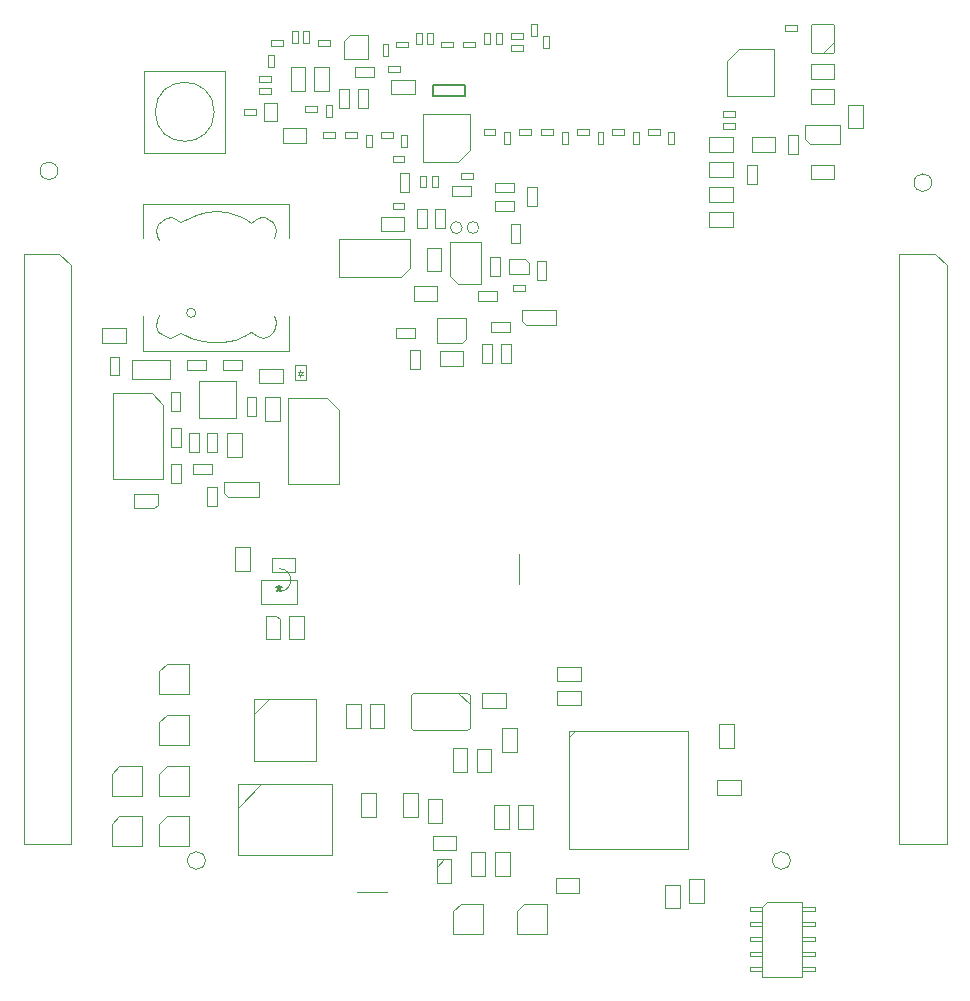
<source format=gbr>
G04 #@! TF.GenerationSoftware,KiCad,Pcbnew,(6.0.5)*
G04 #@! TF.CreationDate,2022-07-17T17:02:58+02:00*
G04 #@! TF.ProjectId,STS1_COBC_V2,53545331-5f43-44f4-9243-5f56322e6b69,rev?*
G04 #@! TF.SameCoordinates,Original*
G04 #@! TF.FileFunction,AssemblyDrawing,Top*
%FSLAX46Y46*%
G04 Gerber Fmt 4.6, Leading zero omitted, Abs format (unit mm)*
G04 Created by KiCad (PCBNEW (6.0.5)) date 2022-07-17 17:02:58*
%MOMM*%
%LPD*%
G01*
G04 APERTURE LIST*
%ADD10C,0.150000*%
%ADD11C,0.100000*%
G04 APERTURE END LIST*
D10*
X139122540Y-91404288D02*
X139122540Y-91642384D01*
X138884444Y-91547146D02*
X139122540Y-91642384D01*
X139360635Y-91547146D01*
X138979682Y-91832860D02*
X139122540Y-91642384D01*
X139265397Y-91832860D01*
D11*
X194382540Y-57300000D02*
G75*
G03*
X194382540Y-57300000I-750000J0D01*
G01*
X120382540Y-56300000D02*
G75*
G03*
X120382540Y-56300000I-750000J0D01*
G01*
X132872000Y-114690000D02*
G75*
G03*
X132872000Y-114690000I-750000J0D01*
G01*
X182402000Y-114690000D02*
G75*
G03*
X182402000Y-114690000I-750000J0D01*
G01*
X195632540Y-64300000D02*
X195632540Y-113300000D01*
X191632540Y-63300000D02*
X194632540Y-63300000D01*
X194632540Y-63300000D02*
X195632540Y-64300000D01*
X195632540Y-113300000D02*
X191632540Y-113300000D01*
X191632540Y-113300000D02*
X191632540Y-63300000D01*
X117500000Y-63300000D02*
X120500000Y-63300000D01*
X121500000Y-64300000D02*
X121500000Y-113300000D01*
X120500000Y-63300000D02*
X121500000Y-64300000D01*
X117500000Y-113300000D02*
X117500000Y-63300000D01*
X121500000Y-113300000D02*
X117500000Y-113300000D01*
X149032540Y-45850000D02*
X149032540Y-45350000D01*
X150032540Y-45350000D02*
X150032540Y-45850000D01*
X150032540Y-45850000D02*
X149032540Y-45850000D01*
X149032540Y-45350000D02*
X150032540Y-45350000D01*
X129862540Y-73940000D02*
X126662540Y-73940000D01*
X129862540Y-72340000D02*
X129862540Y-73940000D01*
X126662540Y-72340000D02*
X129862540Y-72340000D01*
X126662540Y-73940000D02*
X126662540Y-72340000D01*
X144732540Y-53050000D02*
X145732540Y-53050000D01*
X145732540Y-53550000D02*
X144732540Y-53550000D01*
X145732540Y-53050000D02*
X145732540Y-53550000D01*
X144732540Y-53550000D02*
X144732540Y-53050000D01*
X155262540Y-100680000D02*
X155262540Y-103480000D01*
X150462540Y-100480000D02*
X155062540Y-100480000D01*
X155062540Y-100480000D02*
X155262540Y-100680000D01*
X155062540Y-103680000D02*
X150462540Y-103680000D01*
X155262540Y-101480000D02*
X154262540Y-100480000D01*
X150262540Y-100680000D02*
X150462540Y-100480000D01*
X150262540Y-103480000D02*
X150262540Y-100680000D01*
X155262540Y-103480000D02*
X155062540Y-103680000D01*
X150462540Y-103680000D02*
X150262540Y-103480000D01*
X149732540Y-61425000D02*
X147732540Y-61425000D01*
X147732540Y-61425000D02*
X147732540Y-60175000D01*
X147732540Y-60175000D02*
X149732540Y-60175000D01*
X149732540Y-60175000D02*
X149732540Y-61425000D01*
X151707540Y-109500000D02*
X152957540Y-109500000D01*
X152957540Y-109500000D02*
X152957540Y-111500000D01*
X152957540Y-111500000D02*
X151707540Y-111500000D01*
X151707540Y-111500000D02*
X151707540Y-109500000D01*
X141332540Y-51350000D02*
X141332540Y-50850000D01*
X142332540Y-51350000D02*
X141332540Y-51350000D01*
X142332540Y-50850000D02*
X142332540Y-51350000D01*
X141332540Y-50850000D02*
X142332540Y-50850000D01*
X136402540Y-77040000D02*
X136402540Y-75440000D01*
X137202540Y-75440000D02*
X137202540Y-77040000D01*
X136402540Y-75440000D02*
X137202540Y-75440000D01*
X137202540Y-77040000D02*
X136402540Y-77040000D01*
X181132540Y-54725000D02*
X179132540Y-54725000D01*
X179132540Y-53475000D02*
X181132540Y-53475000D01*
X179132540Y-54725000D02*
X179132540Y-53475000D01*
X181132540Y-53475000D02*
X181132540Y-54725000D01*
X160982540Y-44900000D02*
X160482540Y-44900000D01*
X160482540Y-43900000D02*
X160982540Y-43900000D01*
X160982540Y-43900000D02*
X160982540Y-44900000D01*
X160482540Y-44900000D02*
X160482540Y-43900000D01*
X134807540Y-83930000D02*
X134482540Y-83605000D01*
X134482540Y-82630000D02*
X137382540Y-82630000D01*
X137382540Y-82630000D02*
X137382540Y-83930000D01*
X134482540Y-83605000D02*
X134482540Y-82630000D01*
X137382540Y-83930000D02*
X134807540Y-83930000D01*
X135972540Y-73130000D02*
X134372540Y-73130000D01*
X135972540Y-72330000D02*
X135972540Y-73130000D01*
X134372540Y-73130000D02*
X134372540Y-72330000D01*
X134372540Y-72330000D02*
X135972540Y-72330000D01*
X173027540Y-116730000D02*
X173027540Y-118730000D01*
X171777540Y-118730000D02*
X171777540Y-116730000D01*
X173027540Y-118730000D02*
X171777540Y-118730000D01*
X171777540Y-116730000D02*
X173027540Y-116730000D01*
X125595040Y-73620000D02*
X124770040Y-73620000D01*
X124770040Y-73620000D02*
X124770040Y-72020000D01*
X125595040Y-72020000D02*
X125595040Y-73620000D01*
X124770040Y-72020000D02*
X125595040Y-72020000D01*
X164682540Y-99525000D02*
X162682540Y-99525000D01*
X164682540Y-98275000D02*
X164682540Y-99525000D01*
X162682540Y-99525000D02*
X162682540Y-98275000D01*
X162682540Y-98275000D02*
X164682540Y-98275000D01*
X156032540Y-61100000D02*
G75*
G03*
X156032540Y-61100000I-500000J0D01*
G01*
X140182540Y-45500000D02*
X140182540Y-44500000D01*
X140182540Y-44500000D02*
X140682540Y-44500000D01*
X140682540Y-44500000D02*
X140682540Y-45500000D01*
X140682540Y-45500000D02*
X140182540Y-45500000D01*
X142272540Y-101050000D02*
X142272540Y-106280000D01*
X136992540Y-102320000D02*
X138262540Y-101050000D01*
X136992540Y-106280000D02*
X136992540Y-101050000D01*
X136992540Y-101050000D02*
X142272540Y-101050000D01*
X142272540Y-106280000D02*
X136992540Y-106280000D01*
X177532540Y-55575000D02*
X177532540Y-56825000D01*
X177532540Y-56825000D02*
X175532540Y-56825000D01*
X175532540Y-55575000D02*
X177532540Y-55575000D01*
X175532540Y-56825000D02*
X175532540Y-55575000D01*
X165332540Y-52750000D02*
X165332540Y-53250000D01*
X164332540Y-52750000D02*
X165332540Y-52750000D01*
X164332540Y-53250000D02*
X164332540Y-52750000D01*
X165332540Y-53250000D02*
X164332540Y-53250000D01*
X160945040Y-59300000D02*
X160120040Y-59300000D01*
X160945040Y-57700000D02*
X160945040Y-59300000D01*
X160120040Y-57700000D02*
X160945040Y-57700000D01*
X160120040Y-59300000D02*
X160120040Y-57700000D01*
X148732540Y-55550000D02*
X148732540Y-55050000D01*
X149732540Y-55550000D02*
X148732540Y-55550000D01*
X149732540Y-55050000D02*
X149732540Y-55550000D01*
X148732540Y-55050000D02*
X149732540Y-55050000D01*
X134747540Y-80490000D02*
X134747540Y-78490000D01*
X135997540Y-78490000D02*
X135997540Y-80490000D01*
X134747540Y-78490000D02*
X135997540Y-78490000D01*
X135997540Y-80490000D02*
X134747540Y-80490000D01*
X159262540Y-120870000D02*
X159262540Y-118965000D01*
X161802540Y-120870000D02*
X159262540Y-120870000D01*
X161802540Y-118330000D02*
X161802540Y-120870000D01*
X159897540Y-118330000D02*
X161802540Y-118330000D01*
X159262540Y-118965000D02*
X159897540Y-118330000D01*
X152132540Y-112575000D02*
X154132540Y-112575000D01*
X152132540Y-113825000D02*
X152132540Y-112575000D01*
X154132540Y-113825000D02*
X152132540Y-113825000D01*
X154132540Y-112575000D02*
X154132540Y-113825000D01*
X138182540Y-46500000D02*
X138682540Y-46500000D01*
X138682540Y-46500000D02*
X138682540Y-47500000D01*
X138682540Y-47500000D02*
X138182540Y-47500000D01*
X138182540Y-47500000D02*
X138182540Y-46500000D01*
X160920040Y-65500000D02*
X160920040Y-63900000D01*
X160920040Y-63900000D02*
X161745040Y-63900000D01*
X161745040Y-63900000D02*
X161745040Y-65500000D01*
X161745040Y-65500000D02*
X160920040Y-65500000D01*
X156402540Y-120870000D02*
X153862540Y-120870000D01*
X153862540Y-120870000D02*
X153862540Y-118965000D01*
X156402540Y-118330000D02*
X156402540Y-120870000D01*
X154497540Y-118330000D02*
X156402540Y-118330000D01*
X153862540Y-118965000D02*
X154497540Y-118330000D01*
X142832540Y-53050000D02*
X143832540Y-53050000D01*
X143832540Y-53550000D02*
X142832540Y-53550000D01*
X142832540Y-53550000D02*
X142832540Y-53050000D01*
X143832540Y-53050000D02*
X143832540Y-53550000D01*
X162332540Y-53250000D02*
X161332540Y-53250000D01*
X161332540Y-52750000D02*
X162332540Y-52750000D01*
X162332540Y-52750000D02*
X162332540Y-53250000D01*
X161332540Y-53250000D02*
X161332540Y-52750000D01*
X156982540Y-45600000D02*
X156482540Y-45600000D01*
X156482540Y-44600000D02*
X156982540Y-44600000D01*
X156482540Y-45600000D02*
X156482540Y-44600000D01*
X156982540Y-44600000D02*
X156982540Y-45600000D01*
X173837540Y-118250000D02*
X173837540Y-116250000D01*
X175087540Y-116250000D02*
X175087540Y-118250000D01*
X175087540Y-118250000D02*
X173837540Y-118250000D01*
X173837540Y-116250000D02*
X175087540Y-116250000D01*
X143607540Y-108250000D02*
X143607540Y-114250000D01*
X143607540Y-114250000D02*
X135607540Y-114250000D01*
X135607540Y-108250000D02*
X143607540Y-108250000D01*
X135607540Y-110250000D02*
X137607540Y-108250000D01*
X135607540Y-114250000D02*
X135607540Y-108250000D01*
X163582540Y-53000000D02*
X163582540Y-54000000D01*
X163082540Y-53000000D02*
X163582540Y-53000000D01*
X163582540Y-54000000D02*
X163082540Y-54000000D01*
X163082540Y-54000000D02*
X163082540Y-53000000D01*
X137452540Y-73035000D02*
X139452540Y-73035000D01*
X139452540Y-73035000D02*
X139452540Y-74285000D01*
X139452540Y-74285000D02*
X137452540Y-74285000D01*
X137452540Y-74285000D02*
X137452540Y-73035000D01*
X160432540Y-53250000D02*
X159432540Y-53250000D01*
X159432540Y-53250000D02*
X159432540Y-52750000D01*
X159432540Y-52750000D02*
X160432540Y-52750000D01*
X160432540Y-52750000D02*
X160432540Y-53250000D01*
X175532540Y-53475000D02*
X177532540Y-53475000D01*
X177532540Y-53475000D02*
X177532540Y-54725000D01*
X175532540Y-54725000D02*
X175532540Y-53475000D01*
X177532540Y-54725000D02*
X175532540Y-54725000D01*
X155307540Y-51525000D02*
X155307540Y-54525000D01*
X151307540Y-51525000D02*
X155307540Y-51525000D01*
X154307540Y-55525000D02*
X151307540Y-55525000D01*
X155307540Y-54525000D02*
X154307540Y-55525000D01*
X151307540Y-55525000D02*
X151307540Y-51525000D01*
X137132540Y-51550000D02*
X136132540Y-51550000D01*
X137132540Y-51050000D02*
X137132540Y-51550000D01*
X136132540Y-51550000D02*
X136132540Y-51050000D01*
X136132540Y-51050000D02*
X137132540Y-51050000D01*
X159732540Y-46150000D02*
X158732540Y-46150000D01*
X158732540Y-46150000D02*
X158732540Y-45650000D01*
X159732540Y-45650000D02*
X159732540Y-46150000D01*
X158732540Y-45650000D02*
X159732540Y-45650000D01*
X139432540Y-45250000D02*
X139432540Y-45750000D01*
X139432540Y-45750000D02*
X138432540Y-45750000D01*
X138432540Y-45750000D02*
X138432540Y-45250000D01*
X138432540Y-45250000D02*
X139432540Y-45250000D01*
X159442540Y-88730000D02*
X159442540Y-91270000D01*
X161482540Y-44900000D02*
X161982540Y-44900000D01*
X161482540Y-45900000D02*
X161482540Y-44900000D01*
X161982540Y-44900000D02*
X161982540Y-45900000D01*
X161982540Y-45900000D02*
X161482540Y-45900000D01*
X150132540Y-56500000D02*
X150132540Y-58100000D01*
X149332540Y-58100000D02*
X149332540Y-56500000D01*
X149332540Y-56500000D02*
X150132540Y-56500000D01*
X150132540Y-58100000D02*
X149332540Y-58100000D01*
X158932540Y-65950000D02*
X159932540Y-65950000D01*
X159932540Y-65950000D02*
X159932540Y-66450000D01*
X159932540Y-66450000D02*
X158932540Y-66450000D01*
X158932540Y-66450000D02*
X158932540Y-65950000D01*
X156320040Y-71000000D02*
X157145040Y-71000000D01*
X157145040Y-72600000D02*
X156320040Y-72600000D01*
X157145040Y-71000000D02*
X157145040Y-72600000D01*
X156320040Y-72600000D02*
X156320040Y-71000000D01*
X177532540Y-59775000D02*
X177532540Y-61025000D01*
X175532540Y-61025000D02*
X175532540Y-59775000D01*
X175532540Y-59775000D02*
X177532540Y-59775000D01*
X177532540Y-61025000D02*
X175532540Y-61025000D01*
X158720040Y-62400000D02*
X158720040Y-60800000D01*
X159545040Y-62400000D02*
X158720040Y-62400000D01*
X158720040Y-60800000D02*
X159545040Y-60800000D01*
X159545040Y-60800000D02*
X159545040Y-62400000D01*
X155847540Y-107220000D02*
X155847540Y-105220000D01*
X157097540Y-105220000D02*
X157097540Y-107220000D01*
X155847540Y-105220000D02*
X157097540Y-105220000D01*
X157097540Y-107220000D02*
X155847540Y-107220000D01*
X152582540Y-57700000D02*
X152082540Y-57700000D01*
X152582540Y-56700000D02*
X152582540Y-57700000D01*
X152082540Y-56700000D02*
X152582540Y-56700000D01*
X152082540Y-57700000D02*
X152082540Y-56700000D01*
X148292540Y-117315000D02*
X145752540Y-117315000D01*
X149432540Y-65300000D02*
X150232540Y-64500000D01*
X144232540Y-62100000D02*
X144232540Y-65300000D01*
X150232540Y-62100000D02*
X144232540Y-62100000D01*
X144232540Y-65300000D02*
X149432540Y-65300000D01*
X150232540Y-64500000D02*
X150232540Y-62100000D01*
X157532540Y-67312500D02*
X155932540Y-67312500D01*
X155932540Y-66487500D02*
X157532540Y-66487500D01*
X155932540Y-67312500D02*
X155932540Y-66487500D01*
X157532540Y-66487500D02*
X157532540Y-67312500D01*
X149032540Y-70412500D02*
X149032540Y-69587500D01*
X150632540Y-69587500D02*
X150632540Y-70412500D01*
X149032540Y-69587500D02*
X150632540Y-69587500D01*
X150632540Y-70412500D02*
X149032540Y-70412500D01*
X159032540Y-58887500D02*
X159032540Y-59712500D01*
X157432540Y-59712500D02*
X157432540Y-58887500D01*
X157432540Y-58887500D02*
X159032540Y-58887500D01*
X159032540Y-59712500D02*
X157432540Y-59712500D01*
X176732540Y-51750000D02*
X176732540Y-51250000D01*
X177732540Y-51250000D02*
X177732540Y-51750000D01*
X176732540Y-51250000D02*
X177732540Y-51250000D01*
X177732540Y-51750000D02*
X176732540Y-51750000D01*
X139987540Y-93947500D02*
X141237540Y-93947500D01*
X139987540Y-95947500D02*
X139987540Y-93947500D01*
X141237540Y-93947500D02*
X141237540Y-95947500D01*
X141237540Y-95947500D02*
X139987540Y-95947500D01*
X137432540Y-48250000D02*
X138432540Y-48250000D01*
X138432540Y-48250000D02*
X138432540Y-48750000D01*
X137432540Y-48750000D02*
X137432540Y-48250000D01*
X138432540Y-48750000D02*
X137432540Y-48750000D01*
X127682540Y-47850000D02*
X127682540Y-54750000D01*
X134582540Y-47850000D02*
X127682540Y-47850000D01*
X134582540Y-54750000D02*
X134582540Y-47850000D01*
X127682540Y-54750000D02*
X134582540Y-54750000D01*
X133632540Y-51300000D02*
G75*
G03*
X133632540Y-51300000I-2500000J0D01*
G01*
X126872540Y-83650000D02*
X126872540Y-84850000D01*
X128872540Y-83650000D02*
X126872540Y-83650000D01*
X128872540Y-84550000D02*
X128872540Y-83650000D01*
X126872540Y-84850000D02*
X128572540Y-84850000D01*
X128572540Y-84850000D02*
X128872540Y-84550000D01*
X139114798Y-91926424D02*
G75*
G03*
X139130282Y-89970792I7742J977816D01*
G01*
X137623940Y-90948608D02*
X137623940Y-92955208D01*
X137623940Y-92955208D02*
X140621140Y-92955208D01*
X140621140Y-92955208D02*
X140621140Y-90948608D01*
X140621140Y-90948608D02*
X137623940Y-90948608D01*
X152857540Y-64800000D02*
X151607540Y-64800000D01*
X151607540Y-62800000D02*
X152857540Y-62800000D01*
X151607540Y-64800000D02*
X151607540Y-62800000D01*
X152857540Y-62800000D02*
X152857540Y-64800000D01*
X143432540Y-45750000D02*
X142432540Y-45750000D01*
X143432540Y-45250000D02*
X143432540Y-45750000D01*
X142432540Y-45750000D02*
X142432540Y-45250000D01*
X142432540Y-45250000D02*
X143432540Y-45250000D01*
X154532540Y-56450000D02*
X155532540Y-56450000D01*
X155532540Y-56450000D02*
X155532540Y-56950000D01*
X154532540Y-56950000D02*
X154532540Y-56450000D01*
X155532540Y-56950000D02*
X154532540Y-56950000D01*
X155057540Y-107200000D02*
X153807540Y-107200000D01*
X153807540Y-105200000D02*
X155057540Y-105200000D01*
X155057540Y-105200000D02*
X155057540Y-107200000D01*
X153807540Y-107200000D02*
X153807540Y-105200000D01*
X132373140Y-77229400D02*
X135471940Y-77229400D01*
X135471940Y-77229400D02*
X135471940Y-74130600D01*
X135471940Y-74130600D02*
X132373140Y-74130600D01*
X132373140Y-74130600D02*
X132373140Y-77229400D01*
X159732540Y-44650000D02*
X159732540Y-45150000D01*
X159732540Y-45150000D02*
X158732540Y-45150000D01*
X158732540Y-44650000D02*
X159732540Y-44650000D01*
X158732540Y-45150000D02*
X158732540Y-44650000D01*
X130785040Y-81100000D02*
X130785040Y-82700000D01*
X129960040Y-81100000D02*
X130785040Y-81100000D01*
X130785040Y-82700000D02*
X129960040Y-82700000D01*
X129960040Y-82700000D02*
X129960040Y-81100000D01*
X137992540Y-95967500D02*
X139192540Y-95967500D01*
X139192540Y-95967500D02*
X139192540Y-94267500D01*
X138892540Y-93967500D02*
X137992540Y-93967500D01*
X137992540Y-93967500D02*
X137992540Y-95967500D01*
X139192540Y-94267500D02*
X138892540Y-93967500D01*
X151582540Y-57700000D02*
X151082540Y-57700000D01*
X151582540Y-56700000D02*
X151582540Y-57700000D01*
X151082540Y-56700000D02*
X151582540Y-56700000D01*
X151082540Y-57700000D02*
X151082540Y-56700000D01*
X131862540Y-81972500D02*
X131862540Y-81147500D01*
X133462540Y-81147500D02*
X133462540Y-81972500D01*
X133462540Y-81972500D02*
X131862540Y-81972500D01*
X131862540Y-81147500D02*
X133462540Y-81147500D01*
X157482540Y-45600000D02*
X157482540Y-44600000D01*
X157982540Y-44600000D02*
X157982540Y-45600000D01*
X157982540Y-45600000D02*
X157482540Y-45600000D01*
X157482540Y-44600000D02*
X157982540Y-44600000D01*
X157397540Y-116010000D02*
X157397540Y-114010000D01*
X158647540Y-116010000D02*
X157397540Y-116010000D01*
X157397540Y-114010000D02*
X158647540Y-114010000D01*
X158647540Y-114010000D02*
X158647540Y-116010000D01*
X181032540Y-50000000D02*
X177032540Y-50000000D01*
X177032540Y-50000000D02*
X177032540Y-47000000D01*
X181032540Y-46000000D02*
X181032540Y-50000000D01*
X177032540Y-47000000D02*
X178032540Y-46000000D01*
X178032540Y-46000000D02*
X181032540Y-46000000D01*
X146782540Y-103450000D02*
X146782540Y-101450000D01*
X148032540Y-101450000D02*
X148032540Y-103450000D01*
X148032540Y-103450000D02*
X146782540Y-103450000D01*
X146782540Y-101450000D02*
X148032540Y-101450000D01*
X132325040Y-78480000D02*
X132325040Y-80080000D01*
X131500040Y-80080000D02*
X131500040Y-78480000D01*
X132325040Y-80080000D02*
X131500040Y-80080000D01*
X131500040Y-78480000D02*
X132325040Y-78480000D01*
X146482540Y-54300000D02*
X146482540Y-53300000D01*
X146982540Y-54300000D02*
X146482540Y-54300000D01*
X146482540Y-53300000D02*
X146982540Y-53300000D01*
X146982540Y-53300000D02*
X146982540Y-54300000D01*
X129597540Y-102330000D02*
X131502540Y-102330000D01*
X131502540Y-104870000D02*
X128962540Y-104870000D01*
X128962540Y-102965000D02*
X129597540Y-102330000D01*
X131502540Y-102330000D02*
X131502540Y-104870000D01*
X128962540Y-104870000D02*
X128962540Y-102965000D01*
X128962540Y-111565000D02*
X129597540Y-110930000D01*
X131502540Y-113470000D02*
X128962540Y-113470000D01*
X131502540Y-110930000D02*
X131502540Y-113470000D01*
X128962540Y-113470000D02*
X128962540Y-111565000D01*
X129597540Y-110930000D02*
X131502540Y-110930000D01*
X181932540Y-43950000D02*
X182932540Y-43950000D01*
X182932540Y-44450000D02*
X181932540Y-44450000D01*
X182932540Y-43950000D02*
X182932540Y-44450000D01*
X181932540Y-44450000D02*
X181932540Y-43950000D01*
X155347540Y-116010000D02*
X155347540Y-114010000D01*
X156597540Y-116010000D02*
X155347540Y-116010000D01*
X155347540Y-114010000D02*
X156597540Y-114010000D01*
X156597540Y-114010000D02*
X156597540Y-116010000D01*
X131352540Y-73130000D02*
X131352540Y-72330000D01*
X131352540Y-72330000D02*
X132952540Y-72330000D01*
X132952540Y-73130000D02*
X131352540Y-73130000D01*
X132952540Y-72330000D02*
X132952540Y-73130000D01*
X129960040Y-79675000D02*
X129960040Y-78075000D01*
X130785040Y-78075000D02*
X130785040Y-79675000D01*
X130785040Y-79675000D02*
X129960040Y-79675000D01*
X129960040Y-78075000D02*
X130785040Y-78075000D01*
X138432540Y-49750000D02*
X137432540Y-49750000D01*
X138432540Y-49250000D02*
X138432540Y-49750000D01*
X137432540Y-49250000D02*
X138432540Y-49250000D01*
X137432540Y-49750000D02*
X137432540Y-49250000D01*
X153573640Y-65179500D02*
X153573640Y-62322000D01*
X156240640Y-62322000D02*
X156240640Y-65878000D01*
X153573640Y-62322000D02*
X156240640Y-62322000D01*
X156240640Y-65878000D02*
X154272140Y-65878000D01*
X154272140Y-65878000D02*
X153573640Y-65179500D01*
X159682540Y-69025000D02*
X159682540Y-68050000D01*
X162582540Y-68050000D02*
X162582540Y-69350000D01*
X159682540Y-68050000D02*
X162582540Y-68050000D01*
X160007540Y-69350000D02*
X159682540Y-69025000D01*
X162582540Y-69350000D02*
X160007540Y-69350000D01*
X152532540Y-70850000D02*
X154632540Y-70850000D01*
X152532540Y-68750000D02*
X152532540Y-70850000D01*
X154632540Y-70850000D02*
X154932540Y-70500000D01*
X154932540Y-70500000D02*
X154932540Y-68750000D01*
X154932540Y-68750000D02*
X152532540Y-68750000D01*
X147332540Y-109000000D02*
X147332540Y-111000000D01*
X146082540Y-109000000D02*
X147332540Y-109000000D01*
X147332540Y-111000000D02*
X146082540Y-111000000D01*
X146082540Y-111000000D02*
X146082540Y-109000000D01*
X148382540Y-46600000D02*
X147882540Y-46600000D01*
X147882540Y-46600000D02*
X147882540Y-45600000D01*
X148382540Y-45600000D02*
X148382540Y-46600000D01*
X147882540Y-45600000D02*
X148382540Y-45600000D01*
X168332540Y-53250000D02*
X167332540Y-53250000D01*
X167332540Y-53250000D02*
X167332540Y-52750000D01*
X167332540Y-52750000D02*
X168332540Y-52750000D01*
X168332540Y-52750000D02*
X168332540Y-53250000D01*
X143082540Y-51700000D02*
X143082540Y-50700000D01*
X143082540Y-50700000D02*
X143582540Y-50700000D01*
X143582540Y-51700000D02*
X143082540Y-51700000D01*
X143582540Y-50700000D02*
X143582540Y-51700000D01*
X184232540Y-43850000D02*
X186032540Y-43850000D01*
X185132540Y-46350000D02*
X186132540Y-45350000D01*
X184232540Y-46350000D02*
X184132540Y-46250000D01*
X186132540Y-46250000D02*
X186032540Y-46350000D01*
X184132540Y-43950000D02*
X184232540Y-43850000D01*
X186132540Y-43950000D02*
X186132540Y-46250000D01*
X186032540Y-43850000D02*
X186132540Y-43950000D01*
X186032540Y-46350000D02*
X184232540Y-46350000D01*
X184132540Y-46250000D02*
X184132540Y-43950000D01*
X155332540Y-57587500D02*
X155332540Y-58412500D01*
X155332540Y-58412500D02*
X153732540Y-58412500D01*
X153732540Y-57587500D02*
X155332540Y-57587500D01*
X153732540Y-58412500D02*
X153732540Y-57587500D01*
X150220040Y-73100000D02*
X150220040Y-71500000D01*
X151045040Y-71500000D02*
X151045040Y-73100000D01*
X151045040Y-73100000D02*
X150220040Y-73100000D01*
X150220040Y-71500000D02*
X151045040Y-71500000D01*
X147132540Y-47487500D02*
X147132540Y-48312500D01*
X147132540Y-48312500D02*
X145532540Y-48312500D01*
X145532540Y-48312500D02*
X145532540Y-47487500D01*
X145532540Y-47487500D02*
X147132540Y-47487500D01*
X177732540Y-52750000D02*
X176732540Y-52750000D01*
X177732540Y-52250000D02*
X177732540Y-52750000D01*
X176732540Y-52750000D02*
X176732540Y-52250000D01*
X176732540Y-52250000D02*
X177732540Y-52250000D01*
X169582540Y-53000000D02*
X169582540Y-54000000D01*
X169082540Y-54000000D02*
X169082540Y-53000000D01*
X169082540Y-53000000D02*
X169582540Y-53000000D01*
X169582540Y-54000000D02*
X169082540Y-54000000D01*
X144220040Y-51000000D02*
X144220040Y-49400000D01*
X145045040Y-51000000D02*
X144220040Y-51000000D01*
X145045040Y-49400000D02*
X145045040Y-51000000D01*
X144220040Y-49400000D02*
X145045040Y-49400000D01*
X152732540Y-72825000D02*
X152732540Y-71575000D01*
X154732540Y-71575000D02*
X154732540Y-72825000D01*
X154732540Y-72825000D02*
X152732540Y-72825000D01*
X152732540Y-71575000D02*
X154732540Y-71575000D01*
X183045040Y-54900000D02*
X182220040Y-54900000D01*
X182220040Y-54900000D02*
X182220040Y-53300000D01*
X183045040Y-53300000D02*
X183045040Y-54900000D01*
X182220040Y-53300000D02*
X183045040Y-53300000D01*
X131502540Y-98030000D02*
X131502540Y-100570000D01*
X128962540Y-100570000D02*
X128962540Y-98665000D01*
X131502540Y-100570000D02*
X128962540Y-100570000D01*
X128962540Y-98665000D02*
X129597540Y-98030000D01*
X129597540Y-98030000D02*
X131502540Y-98030000D01*
X148732540Y-59550000D02*
X148732540Y-59050000D01*
X149732540Y-59550000D02*
X148732540Y-59550000D01*
X148732540Y-59050000D02*
X149732540Y-59050000D01*
X149732540Y-59050000D02*
X149732540Y-59550000D01*
X163707540Y-104225000D02*
X164207540Y-103725000D01*
X163707540Y-113725000D02*
X163707540Y-103725000D01*
X173707540Y-103725000D02*
X173707540Y-113725000D01*
X163707540Y-103725000D02*
X173707540Y-103725000D01*
X173707540Y-113725000D02*
X163707540Y-113725000D01*
X157432540Y-57287500D02*
X159032540Y-57287500D01*
X159032540Y-57287500D02*
X159032540Y-58112500D01*
X159032540Y-58112500D02*
X157432540Y-58112500D01*
X157432540Y-58112500D02*
X157432540Y-57287500D01*
X128772540Y-68920000D02*
X128972540Y-68520000D01*
X138572540Y-69920000D02*
X138272540Y-70320000D01*
X138772540Y-61720000D02*
X138872540Y-61320000D01*
X132272540Y-70620000D02*
X131672540Y-70420000D01*
X127572540Y-68620000D02*
X127572540Y-71520000D01*
X133772540Y-59720000D02*
X132972540Y-59820000D01*
X135472540Y-60020000D02*
X134672540Y-59820000D01*
X139972540Y-59120000D02*
X127572540Y-59120000D01*
X132072540Y-60020000D02*
X131172540Y-60420000D01*
X138672540Y-62020000D02*
X138772540Y-61720000D01*
X128772540Y-61820000D02*
X128972540Y-62120000D01*
X131672540Y-70420000D02*
X131172540Y-70220000D01*
X139972540Y-71520000D02*
X139972540Y-68620000D01*
X139972540Y-59120000D02*
X139972540Y-62020000D01*
X138772540Y-69620000D02*
X138572540Y-69920000D01*
X138872540Y-61320000D02*
X138772540Y-61020000D01*
X138572540Y-60620000D02*
X138272540Y-60420000D01*
X127572540Y-59120000D02*
X127572540Y-62020000D01*
X129172540Y-60520000D02*
X128872540Y-60820000D01*
X137672540Y-60220000D02*
X137372540Y-60320000D01*
X130772540Y-70020000D02*
X130472540Y-70220000D01*
X128872540Y-60820000D02*
X128672540Y-61320000D01*
X130072540Y-60220000D02*
X129572540Y-60320000D01*
X130472540Y-70220000D02*
X129872540Y-70420000D01*
X137072540Y-60420000D02*
X136772540Y-60720000D01*
X134672540Y-59820000D02*
X133772540Y-59720000D01*
X130772540Y-60620000D02*
X130472540Y-60420000D01*
X138772540Y-68720000D02*
X138872540Y-69120000D01*
X135372540Y-70620000D02*
X134372540Y-70820000D01*
X129572540Y-60320000D02*
X129172540Y-60520000D01*
X137372540Y-60320000D02*
X137072540Y-60420000D01*
X138272540Y-70320000D02*
X137772540Y-70420000D01*
X127572540Y-71520000D02*
X139972540Y-71520000D01*
X136772540Y-69920000D02*
X136172540Y-70320000D01*
X136872540Y-70020000D02*
X136772540Y-69920000D01*
X135972540Y-60220000D02*
X135472540Y-60020000D01*
X138872540Y-69120000D02*
X138772540Y-69620000D01*
X131172540Y-60420000D02*
X130772540Y-60620000D01*
X129472540Y-70320000D02*
X129172540Y-70120000D01*
X128872540Y-69920000D02*
X128672540Y-69420000D01*
X137272540Y-70320000D02*
X136872540Y-70020000D01*
X136772540Y-60720000D02*
X136372540Y-60420000D01*
X136172540Y-70320000D02*
X135372540Y-70620000D01*
X128672540Y-69420000D02*
X128772540Y-68920000D01*
X129172540Y-70120000D02*
X128872540Y-69920000D01*
X132972540Y-59820000D02*
X132072540Y-60020000D01*
X133172540Y-70820000D02*
X132272540Y-70620000D01*
X130472540Y-60420000D02*
X130072540Y-60220000D01*
X137972540Y-60220000D02*
X137672540Y-60220000D01*
X131172540Y-70220000D02*
X130772540Y-70020000D01*
X137772540Y-70420000D02*
X137272540Y-70320000D01*
X138272540Y-60420000D02*
X137972540Y-60220000D01*
X138772540Y-61020000D02*
X138572540Y-60620000D01*
X128672540Y-61320000D02*
X128772540Y-61820000D01*
X129872540Y-70420000D02*
X129472540Y-70320000D01*
X136372540Y-60420000D02*
X135972540Y-60220000D01*
X138672540Y-68620000D02*
X138772540Y-68720000D01*
X134372540Y-70820000D02*
X133172540Y-70820000D01*
X132063052Y-68320000D02*
G75*
G03*
X132063052Y-68320000I-390512J0D01*
G01*
X142107540Y-49500000D02*
X142107540Y-47500000D01*
X143357540Y-47500000D02*
X143357540Y-49500000D01*
X142107540Y-47500000D02*
X143357540Y-47500000D01*
X143357540Y-49500000D02*
X142107540Y-49500000D01*
X150532540Y-67325000D02*
X150532540Y-66075000D01*
X150532540Y-66075000D02*
X152532540Y-66075000D01*
X152532540Y-67325000D02*
X150532540Y-67325000D01*
X152532540Y-66075000D02*
X152532540Y-67325000D01*
X145820040Y-51000000D02*
X145820040Y-49400000D01*
X146645040Y-49400000D02*
X146645040Y-51000000D01*
X145820040Y-49400000D02*
X146645040Y-49400000D01*
X146645040Y-51000000D02*
X145820040Y-51000000D01*
X151182540Y-44600000D02*
X151182540Y-45600000D01*
X150682540Y-44600000D02*
X151182540Y-44600000D01*
X150682540Y-45600000D02*
X150682540Y-44600000D01*
X151182540Y-45600000D02*
X150682540Y-45600000D01*
X158682540Y-54000000D02*
X158182540Y-54000000D01*
X158182540Y-54000000D02*
X158182540Y-53000000D01*
X158182540Y-53000000D02*
X158682540Y-53000000D01*
X158682540Y-53000000D02*
X158682540Y-54000000D01*
X170332540Y-53250000D02*
X170332540Y-52750000D01*
X170332540Y-52750000D02*
X171332540Y-52750000D01*
X171332540Y-52750000D02*
X171332540Y-53250000D01*
X171332540Y-53250000D02*
X170332540Y-53250000D01*
X159287540Y-103510000D02*
X159287540Y-105510000D01*
X158037540Y-103510000D02*
X159287540Y-103510000D01*
X159287540Y-105510000D02*
X158037540Y-105510000D01*
X158037540Y-105510000D02*
X158037540Y-103510000D01*
X164532540Y-116175000D02*
X164532540Y-117425000D01*
X164532540Y-117425000D02*
X162532540Y-117425000D01*
X162532540Y-116175000D02*
X164532540Y-116175000D01*
X162532540Y-117425000D02*
X162532540Y-116175000D01*
X140922540Y-73590000D02*
X140922540Y-73740000D01*
X141122540Y-73290000D02*
X140722540Y-73290000D01*
X140472540Y-72740000D02*
X141372540Y-72740000D01*
X140922540Y-73290000D02*
X140922540Y-73140000D01*
X140922540Y-73590000D02*
X141122540Y-73290000D01*
X141372540Y-72740000D02*
X141372540Y-74040000D01*
X140472540Y-74040000D02*
X140472540Y-72740000D01*
X141372540Y-74040000D02*
X140472540Y-74040000D01*
X141122540Y-73590000D02*
X140722540Y-73590000D01*
X140722540Y-73290000D02*
X140922540Y-73590000D01*
X188557540Y-52700000D02*
X187307540Y-52700000D01*
X187307540Y-52700000D02*
X187307540Y-50700000D01*
X187307540Y-50700000D02*
X188557540Y-50700000D01*
X188557540Y-50700000D02*
X188557540Y-52700000D01*
X147732540Y-53050000D02*
X148732540Y-53050000D01*
X147732540Y-53550000D02*
X147732540Y-53050000D01*
X148732540Y-53050000D02*
X148732540Y-53550000D01*
X148732540Y-53550000D02*
X147732540Y-53550000D01*
X124962540Y-109270000D02*
X124962540Y-107365000D01*
X127502540Y-109270000D02*
X124962540Y-109270000D01*
X124962540Y-107365000D02*
X125597540Y-106730000D01*
X127502540Y-106730000D02*
X127502540Y-109270000D01*
X125597540Y-106730000D02*
X127502540Y-106730000D01*
X129322540Y-82412500D02*
X129322540Y-76112500D01*
X125022540Y-82412500D02*
X129322540Y-82412500D01*
X129322540Y-76112500D02*
X128322540Y-75112500D01*
X128322540Y-75112500D02*
X125022540Y-75112500D01*
X125022540Y-75112500D02*
X125022540Y-82412500D01*
X178232540Y-107875000D02*
X178232540Y-109125000D01*
X176232540Y-107875000D02*
X178232540Y-107875000D01*
X176232540Y-109125000D02*
X176232540Y-107875000D01*
X178232540Y-109125000D02*
X176232540Y-109125000D01*
X177647540Y-105150000D02*
X176397540Y-105150000D01*
X177647540Y-103150000D02*
X177647540Y-105150000D01*
X176397540Y-105150000D02*
X176397540Y-103150000D01*
X176397540Y-103150000D02*
X177647540Y-103150000D01*
X139432540Y-53925000D02*
X141432540Y-53925000D01*
X141432540Y-53925000D02*
X141432540Y-52675000D01*
X139432540Y-52675000D02*
X139432540Y-53925000D01*
X141432540Y-52675000D02*
X139432540Y-52675000D01*
X151682540Y-45600000D02*
X151682540Y-44600000D01*
X152182540Y-44600000D02*
X152182540Y-45600000D01*
X152182540Y-45600000D02*
X151682540Y-45600000D01*
X151682540Y-44600000D02*
X152182540Y-44600000D01*
X158632540Y-69087500D02*
X158632540Y-69912500D01*
X158632540Y-69912500D02*
X157032540Y-69912500D01*
X157032540Y-69087500D02*
X158632540Y-69087500D01*
X157032540Y-69912500D02*
X157032540Y-69087500D01*
X130772540Y-75045000D02*
X130772540Y-76645000D01*
X130772540Y-76645000D02*
X129972540Y-76645000D01*
X129972540Y-76645000D02*
X129972540Y-75045000D01*
X129972540Y-75045000D02*
X130772540Y-75045000D01*
X149982540Y-54300000D02*
X149482540Y-54300000D01*
X149482540Y-53300000D02*
X149982540Y-53300000D01*
X149482540Y-54300000D02*
X149482540Y-53300000D01*
X149982540Y-53300000D02*
X149982540Y-54300000D01*
X157020040Y-65200000D02*
X157020040Y-63600000D01*
X157845040Y-63600000D02*
X157845040Y-65200000D01*
X157020040Y-63600000D02*
X157845040Y-63600000D01*
X157845040Y-65200000D02*
X157020040Y-65200000D01*
X159932540Y-63750000D02*
X160282540Y-64100000D01*
X159932540Y-63750000D02*
X158582540Y-63750000D01*
X158582540Y-63750000D02*
X158582540Y-65050000D01*
X160282540Y-65050000D02*
X160282540Y-64100000D01*
X158582540Y-65050000D02*
X160282540Y-65050000D01*
D10*
X152182540Y-50000000D02*
X152182540Y-49000000D01*
X154882540Y-49000000D02*
X154882540Y-50000000D01*
X154882540Y-49000000D02*
X152182540Y-49000000D01*
X152182540Y-50000000D02*
X154882540Y-50000000D01*
D11*
X124132540Y-69635000D02*
X126132540Y-69635000D01*
X126132540Y-70885000D02*
X124132540Y-70885000D01*
X124132540Y-70885000D02*
X124132540Y-69635000D01*
X126132540Y-69635000D02*
X126132540Y-70885000D01*
X150857540Y-109000000D02*
X150857540Y-111000000D01*
X149607540Y-109000000D02*
X150857540Y-109000000D01*
X149607540Y-111000000D02*
X149607540Y-109000000D01*
X150857540Y-111000000D02*
X149607540Y-111000000D01*
X177532540Y-58925000D02*
X175532540Y-58925000D01*
X175532540Y-57675000D02*
X177532540Y-57675000D01*
X175532540Y-58925000D02*
X175532540Y-57675000D01*
X177532540Y-57675000D02*
X177532540Y-58925000D01*
X158342540Y-101785000D02*
X156342540Y-101785000D01*
X158342540Y-100535000D02*
X158342540Y-101785000D01*
X156342540Y-100535000D02*
X158342540Y-100535000D01*
X156342540Y-101785000D02*
X156342540Y-100535000D01*
X133832540Y-80080000D02*
X133032540Y-80080000D01*
X133032540Y-78480000D02*
X133832540Y-78480000D01*
X133032540Y-80080000D02*
X133032540Y-78480000D01*
X133832540Y-78480000D02*
X133832540Y-80080000D01*
X125597540Y-110930000D02*
X127502540Y-110930000D01*
X124962540Y-111565000D02*
X125597540Y-110930000D01*
X127502540Y-110930000D02*
X127502540Y-113470000D01*
X127502540Y-113470000D02*
X124962540Y-113470000D01*
X124962540Y-113470000D02*
X124962540Y-111565000D01*
X146632540Y-44800000D02*
X146632540Y-46800000D01*
X144632540Y-46800000D02*
X144632540Y-45300000D01*
X145132540Y-44800000D02*
X146632540Y-44800000D01*
X146632540Y-46800000D02*
X144632540Y-46800000D01*
X144632540Y-45300000D02*
X145132540Y-44800000D01*
X141682540Y-44500000D02*
X141682540Y-45500000D01*
X141182540Y-44500000D02*
X141682540Y-44500000D01*
X141682540Y-45500000D02*
X141182540Y-45500000D01*
X141182540Y-45500000D02*
X141182540Y-44500000D01*
X153717540Y-114600000D02*
X153717540Y-116600000D01*
X152467540Y-116600000D02*
X152467540Y-114600000D01*
X153717540Y-116600000D02*
X152467540Y-116600000D01*
X152467540Y-114600000D02*
X153717540Y-114600000D01*
X152467540Y-115250000D02*
X153117540Y-114600000D01*
X152832540Y-45850000D02*
X152832540Y-45350000D01*
X152832540Y-45350000D02*
X153832540Y-45350000D01*
X153832540Y-45850000D02*
X152832540Y-45850000D01*
X153832540Y-45350000D02*
X153832540Y-45850000D01*
X140107540Y-47500000D02*
X141357540Y-47500000D01*
X141357540Y-47500000D02*
X141357540Y-49500000D01*
X140107540Y-49500000D02*
X140107540Y-47500000D01*
X141357540Y-49500000D02*
X140107540Y-49500000D01*
X140502540Y-89042500D02*
X140502540Y-90292500D01*
X140502540Y-90292500D02*
X138502540Y-90292500D01*
X138502540Y-90292500D02*
X138502540Y-89042500D01*
X138502540Y-89042500D02*
X140502540Y-89042500D01*
X172082540Y-53000000D02*
X172582540Y-53000000D01*
X172582540Y-53000000D02*
X172582540Y-54000000D01*
X172082540Y-54000000D02*
X172082540Y-53000000D01*
X172582540Y-54000000D02*
X172082540Y-54000000D01*
X154632540Y-61100000D02*
G75*
G03*
X154632540Y-61100000I-500000J0D01*
G01*
X158587540Y-112030000D02*
X157337540Y-112030000D01*
X157337540Y-112030000D02*
X157337540Y-110030000D01*
X157337540Y-110030000D02*
X158587540Y-110030000D01*
X158587540Y-110030000D02*
X158587540Y-112030000D01*
X137947540Y-77460000D02*
X137947540Y-75460000D01*
X139197540Y-77460000D02*
X137947540Y-77460000D01*
X137947540Y-75460000D02*
X139197540Y-75460000D01*
X139197540Y-75460000D02*
X139197540Y-77460000D01*
X186132540Y-50625000D02*
X184132540Y-50625000D01*
X184132540Y-49375000D02*
X186132540Y-49375000D01*
X186132540Y-49375000D02*
X186132540Y-50625000D01*
X184132540Y-50625000D02*
X184132540Y-49375000D01*
X166582540Y-54000000D02*
X166082540Y-54000000D01*
X166082540Y-54000000D02*
X166082540Y-53000000D01*
X166582540Y-53000000D02*
X166582540Y-54000000D01*
X166082540Y-53000000D02*
X166582540Y-53000000D01*
X146032540Y-101450000D02*
X146032540Y-103450000D01*
X146032540Y-103450000D02*
X144782540Y-103450000D01*
X144782540Y-103450000D02*
X144782540Y-101450000D01*
X144782540Y-101450000D02*
X146032540Y-101450000D01*
X150820040Y-61100000D02*
X150820040Y-59500000D01*
X151645040Y-61100000D02*
X150820040Y-61100000D01*
X150820040Y-59500000D02*
X151645040Y-59500000D01*
X151645040Y-59500000D02*
X151645040Y-61100000D01*
X154732540Y-45350000D02*
X155732540Y-45350000D01*
X155732540Y-45350000D02*
X155732540Y-45850000D01*
X154732540Y-45850000D02*
X154732540Y-45350000D01*
X155732540Y-45850000D02*
X154732540Y-45850000D01*
X138982540Y-52050000D02*
X137882540Y-52050000D01*
X137882540Y-50550000D02*
X138982540Y-50550000D01*
X138982540Y-50550000D02*
X138982540Y-52050000D01*
X137882540Y-52050000D02*
X137882540Y-50550000D01*
X158745040Y-71000000D02*
X158745040Y-72600000D01*
X158745040Y-72600000D02*
X157920040Y-72600000D01*
X157920040Y-71000000D02*
X158745040Y-71000000D01*
X157920040Y-72600000D02*
X157920040Y-71000000D01*
X178720040Y-57400000D02*
X178720040Y-55800000D01*
X179545040Y-55800000D02*
X179545040Y-57400000D01*
X179545040Y-57400000D02*
X178720040Y-57400000D01*
X178720040Y-55800000D02*
X179545040Y-55800000D01*
X148632540Y-49825000D02*
X148632540Y-48575000D01*
X150632540Y-49825000D02*
X148632540Y-49825000D01*
X148632540Y-48575000D02*
X150632540Y-48575000D01*
X150632540Y-48575000D02*
X150632540Y-49825000D01*
X184082540Y-54000000D02*
X183682540Y-53600000D01*
X183682540Y-53600000D02*
X183682540Y-52400000D01*
X186582540Y-52400000D02*
X186582540Y-54000000D01*
X186582540Y-54000000D02*
X184082540Y-54000000D01*
X183682540Y-52400000D02*
X186582540Y-52400000D01*
X164682540Y-100305000D02*
X164682540Y-101555000D01*
X164682540Y-101555000D02*
X162682540Y-101555000D01*
X162682540Y-101555000D02*
X162682540Y-100305000D01*
X162682540Y-100305000D02*
X164682540Y-100305000D01*
X186132540Y-48525000D02*
X184132540Y-48525000D01*
X186132540Y-47275000D02*
X186132540Y-48525000D01*
X184132540Y-47275000D02*
X186132540Y-47275000D01*
X184132540Y-48525000D02*
X184132540Y-47275000D01*
X133010040Y-84640000D02*
X133010040Y-83040000D01*
X133010040Y-83040000D02*
X133835040Y-83040000D01*
X133835040Y-83040000D02*
X133835040Y-84640000D01*
X133835040Y-84640000D02*
X133010040Y-84640000D01*
X153145040Y-61100000D02*
X152320040Y-61100000D01*
X153145040Y-59500000D02*
X153145040Y-61100000D01*
X152320040Y-61100000D02*
X152320040Y-59500000D01*
X152320040Y-59500000D02*
X153145040Y-59500000D01*
X160627540Y-112020000D02*
X159377540Y-112020000D01*
X159377540Y-110020000D02*
X160627540Y-110020000D01*
X159377540Y-112020000D02*
X159377540Y-110020000D01*
X160627540Y-110020000D02*
X160627540Y-112020000D01*
X149332540Y-47450000D02*
X149332540Y-47950000D01*
X148332540Y-47950000D02*
X148332540Y-47450000D01*
X149332540Y-47950000D02*
X148332540Y-47950000D01*
X148332540Y-47450000D02*
X149332540Y-47450000D01*
X136657540Y-88147500D02*
X136657540Y-90147500D01*
X136657540Y-90147500D02*
X135407540Y-90147500D01*
X135407540Y-90147500D02*
X135407540Y-88147500D01*
X135407540Y-88147500D02*
X136657540Y-88147500D01*
X143192540Y-75520000D02*
X139892540Y-75520000D01*
X144192540Y-82820000D02*
X144192540Y-76520000D01*
X139892540Y-75520000D02*
X139892540Y-82820000D01*
X144192540Y-76520000D02*
X143192540Y-75520000D01*
X139892540Y-82820000D02*
X144192540Y-82820000D01*
X131502540Y-106730000D02*
X131502540Y-109270000D01*
X129597540Y-106730000D02*
X131502540Y-106730000D01*
X128962540Y-107365000D02*
X129597540Y-106730000D01*
X131502540Y-109270000D02*
X128962540Y-109270000D01*
X128962540Y-109270000D02*
X128962540Y-107365000D01*
X157432540Y-52750000D02*
X157432540Y-53250000D01*
X156432540Y-52750000D02*
X157432540Y-52750000D01*
X156432540Y-53250000D02*
X156432540Y-52750000D01*
X157432540Y-53250000D02*
X156432540Y-53250000D01*
X186132540Y-55775000D02*
X186132540Y-57025000D01*
X186132540Y-57025000D02*
X184132540Y-57025000D01*
X184132540Y-55775000D02*
X186132540Y-55775000D01*
X184132540Y-57025000D02*
X184132540Y-55775000D01*
X180007540Y-123680000D02*
X178962540Y-123680000D01*
X184462540Y-122410000D02*
X184462540Y-122810000D01*
X178962540Y-121540000D02*
X180007540Y-121540000D01*
X178962540Y-118600000D02*
X178962540Y-119000000D01*
X183417540Y-118165000D02*
X183417540Y-124515000D01*
X184462540Y-121140000D02*
X184462540Y-121540000D01*
X184462540Y-119870000D02*
X184462540Y-120270000D01*
X180442540Y-118165000D02*
X183417540Y-118165000D01*
X180007540Y-118600000D02*
X178962540Y-118600000D01*
X184462540Y-119000000D02*
X183417540Y-119000000D01*
X178962540Y-124080000D02*
X180007540Y-124080000D01*
X178962540Y-123680000D02*
X178962540Y-124080000D01*
X180007540Y-119870000D02*
X178962540Y-119870000D01*
X184462540Y-118600000D02*
X184462540Y-119000000D01*
X180007540Y-124515000D02*
X180007540Y-118600000D01*
X184462540Y-120270000D02*
X183417540Y-120270000D01*
X184462540Y-123680000D02*
X184462540Y-124080000D01*
X184462540Y-124080000D02*
X183417540Y-124080000D01*
X178962540Y-119870000D02*
X178962540Y-120270000D01*
X180007540Y-118600000D02*
X180442540Y-118165000D01*
X178962540Y-121140000D02*
X178962540Y-121540000D01*
X183417540Y-118600000D02*
X184462540Y-118600000D01*
X184462540Y-121540000D02*
X183417540Y-121540000D01*
X178962540Y-122410000D02*
X178962540Y-122810000D01*
X183417540Y-123680000D02*
X184462540Y-123680000D01*
X183417540Y-122410000D02*
X184462540Y-122410000D01*
X180007540Y-121140000D02*
X178962540Y-121140000D01*
X178962540Y-120270000D02*
X180007540Y-120270000D01*
X178962540Y-122810000D02*
X180007540Y-122810000D01*
X180007540Y-122410000D02*
X178962540Y-122410000D01*
X183417540Y-121140000D02*
X184462540Y-121140000D01*
X183417540Y-124515000D02*
X180007540Y-124515000D01*
X184462540Y-122810000D02*
X183417540Y-122810000D01*
X183417540Y-119870000D02*
X184462540Y-119870000D01*
X178962540Y-119000000D02*
X180007540Y-119000000D01*
M02*

</source>
